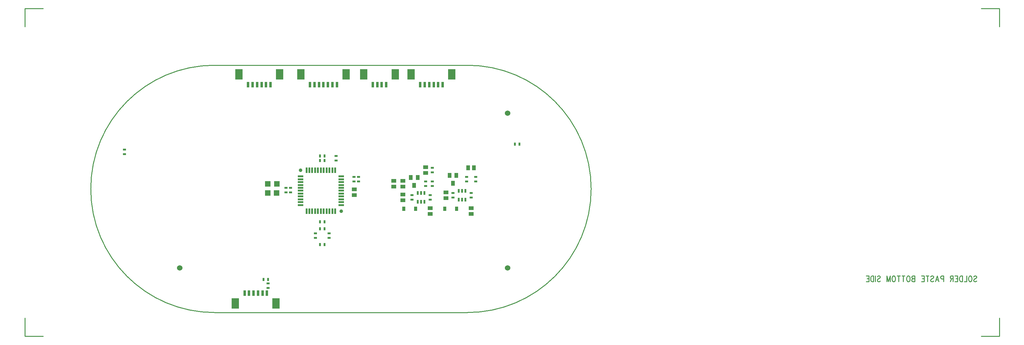
<source format=gbr>
*
*
G04 PADS VX.0 Build Number: 635560 generated Gerber (RS-274-X) file*
G04 PC Version=2.1*
*
%IN "JOG_v1.pcb"*%
*
%MOIN*%
*
%FSLAX35Y35*%
*
*
*
*
G04 PC Standard Apertures*
*
*
G04 Thermal Relief Aperture macro.*
%AMTER*
1,1,$1,0,0*
1,0,$1-$2,0,0*
21,0,$3,$4,0,0,45*
21,0,$3,$4,0,0,135*
%
*
*
G04 Annular Aperture macro.*
%AMANN*
1,1,$1,0,0*
1,0,$2,0,0*
%
*
*
G04 Odd Aperture macro.*
%AMODD*
1,1,$1,0,0*
1,0,$1-0.005,0,0*
%
*
*
G04 PC Custom Aperture Macros*
*
*
*
*
*
*
G04 PC Aperture Table*
*
%ADD010C,0.001*%
%ADD012C,0.01*%
%ADD025R,0.035X0.024*%
%ADD026R,0.024X0.035*%
%ADD028R,0.04331X0.05709*%
%ADD029R,0.03937X0.05512*%
%ADD033C,0.06*%
%ADD035R,0.02756X0.06299*%
%ADD036R,0.08268X0.11811*%
%ADD058R,0.05709X0.04331*%
%ADD059R,0.03583X0.04803*%
%ADD060R,0.02087X0.04134*%
%ADD061R,0.06299X0.05906*%
%ADD062R,0.05906X0.02165*%
%ADD063R,0.02165X0.05906*%
%ADD064C,0.03937*%
*
*
*
*
G04 PC Circuitry*
G04 Layer Name JOG_v1.pcb - circuitry*
%LPD*%
*
*
G04 PC Custom Flashes*
G04 Layer Name JOG_v1.pcb - flashes*
%LPD*%
*
*
G04 PC Circuitry*
G04 Layer Name JOG_v1.pcb - circuitry*
%LPD*%
*
G54D10*
G54D12*
G01X2506818Y1485625D02*
X2507273Y1486250D01*
X2507955Y1486563*
X2507955D02*
X2508864D01*
X2508864D02*
X2509545Y1486250D01*
X2510000Y1485625*
Y1485000*
X2509773Y1484375*
X2509545Y1484063*
X2509545D02*
X2509091Y1483750D01*
X2507727Y1483125*
X2507273Y1482813*
X2507273D02*
X2507045Y1482500D01*
X2506818Y1481875*
Y1480938*
X2506818D02*
X2507273Y1480313D01*
X2507273D02*
X2507955Y1480000D01*
X2508864*
X2509545Y1480313*
X2509545D02*
X2510000Y1480938D01*
X2503409Y1486563D02*
X2503864Y1486250D01*
X2504318Y1485625*
X2504545Y1485000*
X2504773Y1484063*
X2504773D02*
Y1482500D01*
X2504545Y1481563*
X2504545D02*
X2504318Y1480938D01*
X2504318D02*
X2503864Y1480313D01*
X2503864D02*
X2503409Y1480000D01*
X2502500*
X2502045Y1480313*
X2502045D02*
X2501591Y1480938D01*
X2501591D02*
X2501364Y1481563D01*
X2501364D02*
X2501136Y1482500D01*
Y1484063*
X2501136D02*
X2501364Y1485000D01*
X2501591Y1485625*
X2502045Y1486250*
X2502500Y1486563*
X2502500D02*
X2503409D01*
X2499091D02*
Y1480000D01*
X2496364*
X2494318Y1486563D02*
Y1480000D01*
Y1486563D02*
X2492727D01*
X2492727D02*
X2492045Y1486250D01*
X2491591Y1485625*
X2491364Y1485000*
X2491136Y1484063*
X2491136D02*
Y1482500D01*
X2491364Y1481563*
X2491364D02*
X2491591Y1480938D01*
X2491591D02*
X2492045Y1480313D01*
X2492045D02*
X2492727Y1480000D01*
X2494318*
X2489091Y1486563D02*
Y1480000D01*
Y1486563D02*
X2486136D01*
X2489091Y1483438D02*
X2487273D01*
X2489091Y1480000D02*
X2486136D01*
X2484091Y1486563D02*
Y1480000D01*
Y1486563D02*
X2482045D01*
X2482045D02*
X2481364Y1486250D01*
X2481136Y1485938*
X2481136D02*
X2480909Y1485313D01*
X2480909D02*
Y1484688D01*
X2480909D02*
X2481136Y1484063D01*
X2481136D02*
X2481364Y1483750D01*
X2482045Y1483438*
X2482045D02*
X2484091D01*
X2482500D02*
X2480909Y1480000D01*
X2473636Y1486563D02*
Y1480000D01*
Y1486563D02*
X2471591D01*
X2471591D02*
X2470909Y1486250D01*
X2470682Y1485938*
X2470682D02*
X2470455Y1485313D01*
X2470455D02*
Y1484375D01*
X2470682Y1483750*
X2470909Y1483438*
X2470909D02*
X2471591Y1483125D01*
X2473636*
X2466591Y1486563D02*
X2468409Y1480000D01*
X2466591Y1486563D02*
X2464773Y1480000D01*
X2467727Y1482188D02*
X2465455D01*
X2459545Y1485625D02*
X2460000Y1486250D01*
X2460682Y1486563*
X2460682D02*
X2461591D01*
X2461591D02*
X2462273Y1486250D01*
X2462727Y1485625*
Y1485000*
X2462500Y1484375*
X2462273Y1484063*
X2462273D02*
X2461818Y1483750D01*
X2460455Y1483125*
X2460000Y1482813*
X2460000D02*
X2459773Y1482500D01*
X2459545Y1481875*
Y1480938*
X2459545D02*
X2460000Y1480313D01*
X2460000D02*
X2460682Y1480000D01*
X2461591*
X2462273Y1480313*
X2462273D02*
X2462727Y1480938D01*
X2455909Y1486563D02*
Y1480000D01*
X2457500Y1486563D02*
X2454318D01*
X2452273D02*
Y1480000D01*
Y1486563D02*
X2449318D01*
X2452273Y1483438D02*
X2450455D01*
X2452273Y1480000D02*
X2449318D01*
X2442045Y1486563D02*
Y1480000D01*
Y1486563D02*
X2440000D01*
X2440000D02*
X2439318Y1486250D01*
X2439091Y1485938*
X2439091D02*
X2438864Y1485313D01*
X2438864D02*
Y1484688D01*
X2438864D02*
X2439091Y1484063D01*
X2439091D02*
X2439318Y1483750D01*
X2440000Y1483438*
X2442045D02*
X2440000D01*
X2440000D02*
X2439318Y1483125D01*
X2439091Y1482813*
X2439091D02*
X2438864Y1482188D01*
X2438864D02*
Y1481250D01*
X2439091Y1480625*
X2439318Y1480313*
X2439318D02*
X2440000Y1480000D01*
X2442045*
X2435455Y1486563D02*
X2435909Y1486250D01*
X2436364Y1485625*
X2436591Y1485000*
X2436818Y1484063*
X2436818D02*
Y1482500D01*
X2436591Y1481563*
X2436591D02*
X2436364Y1480938D01*
X2436364D02*
X2435909Y1480313D01*
X2435909D02*
X2435455Y1480000D01*
X2434545*
X2434091Y1480313*
X2434091D02*
X2433636Y1480938D01*
X2433636D02*
X2433409Y1481563D01*
X2433409D02*
X2433182Y1482500D01*
Y1484063*
X2433182D02*
X2433409Y1485000D01*
X2433636Y1485625*
X2434091Y1486250*
X2434545Y1486563*
X2434545D02*
X2435455D01*
X2429545D02*
Y1480000D01*
X2431136Y1486563D02*
X2427955D01*
X2424318D02*
Y1480000D01*
X2425909Y1486563D02*
X2422727D01*
X2419318D02*
X2419773Y1486250D01*
X2420227Y1485625*
X2420455Y1485000*
X2420682Y1484063*
X2420682D02*
Y1482500D01*
X2420455Y1481563*
X2420455D02*
X2420227Y1480938D01*
X2420227D02*
X2419773Y1480313D01*
X2419773D02*
X2419318Y1480000D01*
X2418409*
X2417955Y1480313*
X2417955D02*
X2417500Y1480938D01*
X2417500D02*
X2417273Y1481563D01*
X2417273D02*
X2417045Y1482500D01*
Y1484063*
X2417045D02*
X2417273Y1485000D01*
X2417500Y1485625*
X2417955Y1486250*
X2418409Y1486563*
X2418409D02*
X2419318D01*
X2415000D02*
Y1480000D01*
Y1486563D02*
X2413182Y1480000D01*
X2411364Y1486563D02*
X2413182Y1480000D01*
X2411364Y1486563D02*
Y1480000D01*
X2400909Y1485625D02*
X2401364Y1486250D01*
X2402045Y1486563*
X2402045D02*
X2402955D01*
X2402955D02*
X2403636Y1486250D01*
X2404091Y1485625*
Y1485000*
X2403864Y1484375*
X2403636Y1484063*
X2403636D02*
X2403182Y1483750D01*
X2401818Y1483125*
X2401364Y1482813*
X2401364D02*
X2401136Y1482500D01*
X2400909Y1481875*
Y1480938*
X2400909D02*
X2401364Y1480313D01*
X2401364D02*
X2402045Y1480000D01*
X2402955*
X2403636Y1480313*
X2403636D02*
X2404091Y1480938D01*
X2398864Y1486563D02*
Y1480000D01*
X2396818Y1486563D02*
Y1480000D01*
Y1486563D02*
X2395227D01*
X2395227D02*
X2394545Y1486250D01*
X2394091Y1485625*
X2393864Y1485000*
X2393636Y1484063*
X2393636D02*
Y1482500D01*
X2393864Y1481563*
X2393864D02*
X2394091Y1480938D01*
X2394091D02*
X2394545Y1480313D01*
X2394545D02*
X2395227Y1480000D01*
X2396818*
X2391591Y1486563D02*
Y1480000D01*
Y1486563D02*
X2388636D01*
X2391591Y1483438D02*
X2389773D01*
X2391591Y1480000D02*
X2388636D01*
X1673001Y1446142D02*
X1950955D01*
G75*
G03Y1717795I0J135827D01*
G01X1673001*
X1672971D02*
G03Y1446142I237J-135826D01*
G01X1465000Y1440000D02*
Y1420000D01*
X1485000*
Y1780000D02*
X1465000D01*
Y1760000*
X2535000D02*
Y1780000D01*
X2515000*
Y1420000D02*
X2535000D01*
Y1440000*
G54D25*
X1806654Y1618228D03*
Y1613268D03*
X1910000Y1570020D03*
Y1574980D03*
X1890000D03*
Y1570020D03*
X1756654Y1578268D03*
Y1583228D03*
X1826500Y1594980D03*
Y1590020D03*
X1751654Y1578268D03*
Y1583228D03*
X1831500Y1594980D03*
Y1590020D03*
X1935000Y1577480D03*
Y1572520D03*
X1955000D03*
Y1577480D03*
X1784154Y1528268D03*
Y1533228D03*
X1799154Y1528268D03*
Y1533228D03*
X1905000Y1589980D03*
Y1585020D03*
X1912500D03*
Y1589980D03*
Y1600020D03*
Y1604980D03*
X1574500Y1620020D03*
Y1624980D03*
X1960000Y1594980D03*
Y1590020D03*
X1950000Y1594980D03*
Y1590020D03*
X1732000Y1473020D03*
Y1477980D03*
G54D26*
X1794134Y1545748D03*
X1789173D03*
X1794134Y1613248D03*
X1789173D03*
X1794134Y1618248D03*
X1789173D03*
Y1520748D03*
X1794134D03*
X1789173Y1538248D03*
X1794134D03*
X2003020Y1631000D03*
X2007980D03*
X1731980Y1482500D03*
X1727020D03*
G54D28*
X1951850Y1605000D03*
X1958150D03*
G54D29*
X1888760Y1594331D03*
X1896240D03*
X1892500Y1585669D03*
X1931260Y1596831D03*
X1938740D03*
X1935000Y1588169D03*
G54D33*
X1635000Y1495000D03*
X1995000D03*
Y1665000D03*
G54D35*
X1710177Y1696535D03*
X1715098D03*
X1720020D03*
X1724941D03*
X1729862D03*
X1734783D03*
X1778091D03*
X1783012D03*
X1787933D03*
X1792854D03*
X1797776D03*
X1802697D03*
X1807618D03*
X1846988D03*
X1851909D03*
X1856831D03*
X1861752D03*
X1730846Y1467402D03*
X1725925D03*
X1721004D03*
X1716083D03*
X1711161D03*
X1706240D03*
X1899154Y1696535D03*
X1904075D03*
X1908996D03*
X1913917D03*
X1918839D03*
X1923760D03*
G54D36*
X1700138Y1707953D03*
X1744823D03*
X1768051D03*
X1817657D03*
X1836949D03*
X1871791D03*
X1740886Y1455984D03*
X1696201D03*
X1889114Y1707953D03*
X1933799D03*
G54D58*
X1826654Y1575098D03*
Y1581398D03*
X1905000Y1605650D03*
Y1599350D03*
X1910000Y1554350D03*
Y1560650D03*
X1955000D03*
Y1554350D03*
X1870000Y1584350D03*
Y1590650D03*
X1880000Y1569350D03*
Y1575650D03*
Y1584350D03*
Y1590650D03*
X1927500Y1571850D03*
Y1578150D03*
G54D59*
X1893937Y1560000D03*
X1881063D03*
X1938937D03*
X1926063D03*
G54D60*
X1896260Y1577323D03*
X1900000D03*
X1903740D03*
Y1567677D03*
X1900000D03*
X1896260D03*
X1941260Y1579823D03*
X1945000D03*
X1948740D03*
Y1570177D03*
X1945000D03*
X1941260D03*
G54D61*
X1731654Y1577461D03*
Y1587461D03*
X1741654D03*
X1741496Y1577461D03*
G54D62*
X1812441Y1595748D03*
Y1592598D03*
Y1589449D03*
Y1586299D03*
Y1583150D03*
Y1580000D03*
Y1576850D03*
Y1573701D03*
Y1570551D03*
Y1567402D03*
Y1564252D03*
X1767559D03*
Y1567402D03*
Y1570551D03*
Y1573701D03*
Y1576850D03*
Y1580000D03*
Y1583150D03*
Y1586299D03*
Y1589449D03*
Y1592598D03*
Y1595748D03*
G54D63*
X1805748Y1557559D03*
X1802598D03*
X1799449D03*
X1796299D03*
X1793150D03*
X1790000D03*
X1786850D03*
X1783701D03*
X1780551D03*
X1777402D03*
X1774252D03*
Y1602441D03*
X1777402D03*
X1780551D03*
X1783701D03*
X1786850D03*
X1790000D03*
X1793150D03*
X1796299D03*
X1799449D03*
X1802598D03*
X1805748D03*
G54D64*
X1812441Y1557559D03*
X1767559Y1602441D03*
G74*
X0Y0D02*
M02*

</source>
